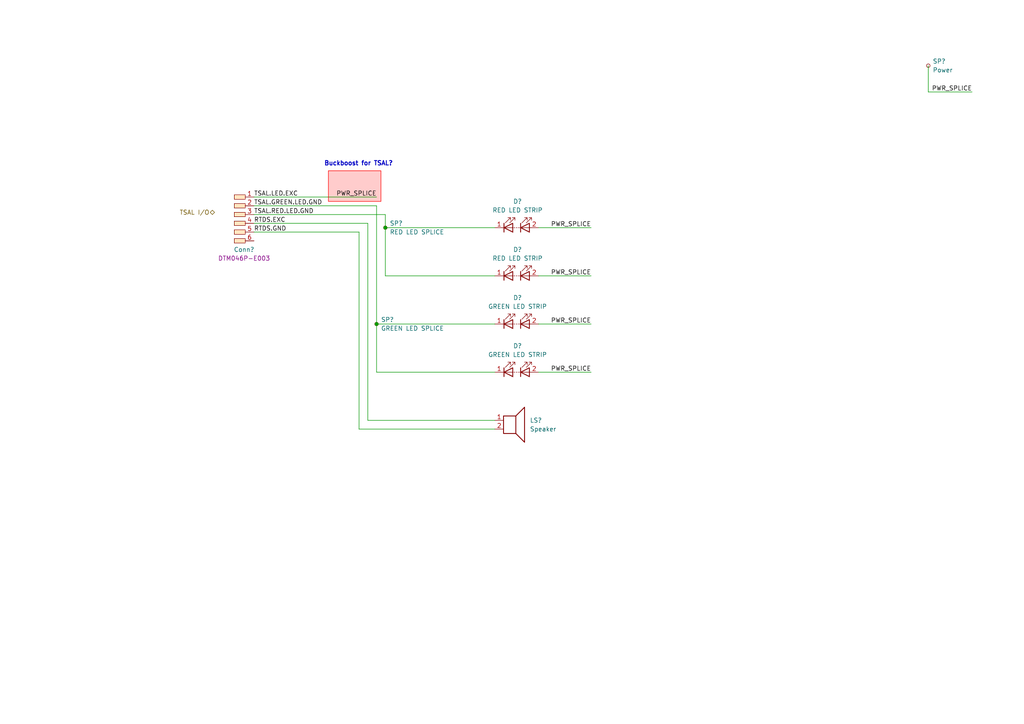
<source format=kicad_sch>
(kicad_sch (version 20231120) (generator "eeschema") (generator_version "8.0")
  (paper "A4")
  (title_block (title "DEVICE - TSAL"))
  (lib_symbols
    (symbol "Connector:TestPoint_Small" (pin_numbers hide) (pin_names (offset 0.762) hide)
      (property "Reference" "TP" (at 0 3.81 0))
      (property "Value" "TestPoint_Small" (at 0 2.032 0))
      (symbol "TestPoint_Small_0_1"
        (circle (center 0 0) (radius 0.508))
      )
      (symbol "TestPoint_Small_1_1"
        (pin passive line (at 0 0 90) (length 0) (name "1") (number "1"))
      )
    )
    (symbol "Connectors_SUFST:Deutsch_DTM_6P_Pin"
      (property "Reference" "Conn" (at 0 -1.905 0))
      (property "P/N" "DTM046P-E003" (at 0 0 0))
      (symbol "Deutsch_DTM_6P_Pin_0_1"
        (polyline (pts (xy -0.635 -14.605) (xy 1.905 -14.605)))
        (polyline (pts (xy -0.635 -9.525) (xy 1.905 -9.525)))
        (polyline (pts (xy -0.635 -4.445) (xy 1.905 -4.445)))
      )
      (symbol "Deutsch_DTM_6P_Pin_1_1"
        (rectangle (start -3.81 -16.51) (end -0.635 -17.78) (fill (type color) (color 255 229 191 1)))
        (rectangle (start -3.81 -13.97) (end -0.635 -15.24) (fill (type color) (color 255 229 191 1)))
        (rectangle (start -3.81 -11.43) (end -0.635 -12.7) (fill (type color) (color 255 229 191 1)))
        (rectangle (start -3.81 -8.89) (end -0.635 -10.16) (fill (type color) (color 255 229 191 1)))
        (rectangle (start -3.81 -6.35) (end -0.635 -7.62) (fill (type color) (color 255 229 191 1)))
        (rectangle (start -3.81 -3.81) (end -0.635 -5.08) (fill (type color) (color 255 229 191 1)))
        (pin input line (at 1.905 -17.145 180) (length 2.54) (name "") (number "1"))
        (pin input line (at 1.905 -14.605 180) (length 2.54) (name "") (number "2"))
        (pin input line (at 1.905 -12.065 180) (length 2.54) (name "") (number "3"))
        (pin input line (at 1.905 -9.525 180) (length 2.54) (name "") (number "4"))
        (pin input line (at 1.905 -6.985 180) (length 2.54) (name "") (number "5"))
        (pin input line (at 1.905 -4.445 180) (length 2.54) (name "") (number "6"))
      )
    )
    (symbol "Device:LED_Series" (pin_names (offset 1.016) hide)
      (property "Reference" "D" (at 0 5.715 0))
      (property "Value" "LED_Series" (at 0 3.81 0))
      (symbol "LED_Series_0_1"
        (polyline (pts (xy -3.81 0) (xy -1.016 0)))
        (polyline (pts (xy -3.683 -1.27) (xy -3.683 1.27)) (stroke (width 0.254)))
        (polyline (pts (xy -0.508 0) (xy -0.762 0)))
        (polyline (pts (xy 0.127 0) (xy -0.127 0)))
        (polyline (pts (xy 0.508 0) (xy 0.762 0)))
        (polyline (pts (xy 1.016 0) (xy 3.81 0)))
        (polyline (pts (xy 1.143 -1.27) (xy 1.143 1.27)) (stroke (width 0.254)))
        (polyline (pts (xy -1.143 -1.27) (xy -1.143 1.27) (xy -3.683 0) (xy -1.143 -1.27)) (stroke (width 0.254)))
        (polyline (pts (xy 3.683 -1.27) (xy 3.683 1.27) (xy 1.143 0) (xy 3.683 -1.27)) (stroke (width 0.254)))
        (polyline (pts (xy -3.302 1.397) (xy -1.778 2.921) (xy -2.54 2.921) (xy -1.778 2.921) (xy -1.778 2.159)))
        (polyline (pts (xy -2.032 1.397) (xy -0.508 2.921) (xy -1.27 2.921) (xy -0.508 2.921) (xy -0.508 2.159)))
        (polyline (pts (xy 1.524 1.397) (xy 3.048 2.921) (xy 2.286 2.921) (xy 3.048 2.921) (xy 3.048 2.159)))
        (polyline (pts (xy 2.794 1.397) (xy 4.318 2.921) (xy 3.556 2.921) (xy 4.318 2.921) (xy 4.318 2.159)))
      )
      (symbol "LED_Series_1_1"
        (pin passive line (at -6.35 0 0) (length 2.54) (name "K") (number "1"))
        (pin passive line (at 6.35 0 180) (length 2.54) (name "A") (number "2"))
      )
    )
    (symbol "Device:Speaker" (pin_names (offset 0) hide)
      (property "Reference" "LS" (at 1.27 5.715 0))
      (property "Value" "Speaker" (at 1.27 3.81 0))
      (symbol "Speaker_0_0"
        (rectangle (start -2.54 1.27) (end 1.016 -3.81) (stroke (width 0.254)))
        (polyline (pts (xy 1.016 1.27) (xy 3.556 3.81) (xy 3.556 -6.35) (xy 1.016 -3.81)) (stroke (width 0.254)))
      )
      (symbol "Speaker_1_1"
        (pin input line (at -5.08 0 0) (length 2.54) (name "1") (number "1"))
        (pin input line (at -5.08 -2.54 0) (length 2.54) (name "2") (number "2"))
      )
    )
  )
  (junction (at 111.76 66.04))
  (junction (at 109.22 93.98))
  (wire (pts (xy 104.14 67.31) (xy 73.66 67.31)))
  (wire (pts (xy 109.22 59.69) (xy 109.22 93.98)))
  (wire (pts (xy 104.14 124.46) (xy 104.14 67.31)))
  (wire (pts (xy 156.21 107.95) (xy 171.45 107.95)))
  (wire (pts (xy 156.21 93.98) (xy 171.45 93.98)))
  (wire (pts (xy 269.24 26.67) (xy 269.24 19.05)))
  (wire (pts (xy 111.76 80.01) (xy 111.76 66.04)))
  (wire (pts (xy 106.68 121.92) (xy 143.51 121.92)))
  (wire (pts (xy 73.66 57.15) (xy 109.22 57.15)))
  (wire (pts (xy 106.68 64.77) (xy 106.68 121.92)))
  (wire (pts (xy 73.66 64.77) (xy 106.68 64.77)))
  (wire (pts (xy 73.66 62.23) (xy 111.76 62.23)))
  (wire (pts (xy 269.24 26.67) (xy 281.94 26.67)))
  (wire (pts (xy 111.76 66.04) (xy 143.51 66.04)))
  (wire (pts (xy 156.21 80.01) (xy 171.45 80.01)))
  (wire (pts (xy 109.22 93.98) (xy 109.22 107.95)))
  (wire (pts (xy 109.22 93.98) (xy 143.51 93.98)))
  (wire (pts (xy 143.51 80.01) (xy 111.76 80.01)))
  (wire (pts (xy 73.66 59.69) (xy 109.22 59.69)))
  (wire (pts (xy 156.21 66.04) (xy 171.45 66.04)))
  (wire (pts (xy 143.51 124.46) (xy 104.14 124.46)))
  (wire (pts (xy 111.76 62.23) (xy 111.76 66.04)))
  (wire (pts (xy 109.22 107.95) (xy 143.51 107.95)))
  (rectangle (start 95.25 49.53) (end 110.49 58.42) (stroke (width 0) (color 255 0 0 1)) (fill (type color) (color 255 0 0 0.2)))
  (text "Buckboost for TSAL?" (at 93.98 48.26 0) (effects (font (size 1.27 1.27) (bold yes)) (justify left bottom)))
  (label "TSAL.LED.EXC" (at 73.66 57.15 0))
  (label "PWR_SPLICE" (at 171.45 80.01 180))
  (label "TSAL.RED.LED.GND" (at 73.66 62.23 0))
  (label "PWR_SPLICE" (at 281.94 26.67 180))
  (label "TSAL.GREEN.LED.GND" (at 73.66 59.69 0))
  (label "PWR_SPLICE" (at 171.45 66.04 180))
  (label "PWR_SPLICE" (at 171.45 107.95 180))
  (label "PWR_SPLICE" (at 171.45 93.98 180))
  (label "PWR_SPLICE" (at 109.22 57.15 180))
  (label "RTDS.GND" (at 73.66 67.31 0))
  (label "RTDS.EXC" (at 73.66 64.77 0))
  (hierarchical_label "TSAL I{slash}O" (shape bidirectional) (at 62.23 61.595 180))
  (symbol (lib_id "Device:Speaker") (at 148.59 121.92 0) (unit 1)
    (property "Reference" "LS?" (at 153.67 121.92 0) (effects (justify left)))
    (property "Value" "Speaker" (at 153.67 124.46 0) (effects (justify left)))
  )
  (symbol (lib_id "Connector:TestPoint_Small") (at 111.76 66.04 0) (unit 1)
    (property "Reference" "SP?" (at 113.03 64.77 0) (effects (justify left)))
    (property "Value" "RED LED SPLICE" (at 113.03 67.31 0) (effects (justify left)))
  )
  (symbol (lib_id "Device:LED_Series") (at 149.86 107.95 0) (unit 1)
    (property "Reference" "D?" (at 150.114 100.33 0))
    (property "Value" "GREEN LED STRIP" (at 150.114 102.87 0))
  )
  (symbol (lib_id "Connector:TestPoint_Small") (at 269.24 19.05 0) (unit 1)
    (property "Reference" "SP?" (at 270.51 17.78 0) (effects (justify left)))
    (property "Value" "Power" (at 270.51 20.32 0) (effects (justify left)))
  )
  (symbol (lib_id "Device:LED_Series") (at 149.86 93.98 0) (unit 1)
    (property "Reference" "D?" (at 150.114 86.36 0))
    (property "Value" "GREEN LED STRIP" (at 150.114 88.9 0))
  )
  (symbol (lib_id "Device:LED_Series") (at 149.86 66.04 0) (unit 1)
    (property "Reference" "D?" (at 150.114 58.42 0))
    (property "Value" "RED LED STRIP" (at 150.114 60.96 0))
  )
  (symbol (lib_id "Device:LED_Series") (at 149.86 80.01 0) (unit 1)
    (property "Reference" "D?" (at 150.114 72.39 0))
    (property "Value" "RED LED STRIP" (at 150.114 74.93 0))
  )
  (symbol (lib_id "Connector:TestPoint_Small") (at 109.22 93.98 0) (unit 1)
    (property "Reference" "SP?" (at 110.49 92.71 0) (effects (justify left)))
    (property "Value" "GREEN LED SPLICE" (at 110.49 95.25 0) (effects (justify left)))
  )
  (symbol (lib_id "Connectors_SUFST:Deutsch_DTM_6P_Pin") (at 71.755 74.295 0) (mirror x) (unit 1)
    (property "Reference" "Conn?" (at 70.8025 72.39 0))
    (property "Value" "Deutsch_DTM_6P_Pin" (effects (hide yes)))
    (property "P/N" "DTM046P-E003" (at 70.8025 74.93 0))
  )
)
</source>
